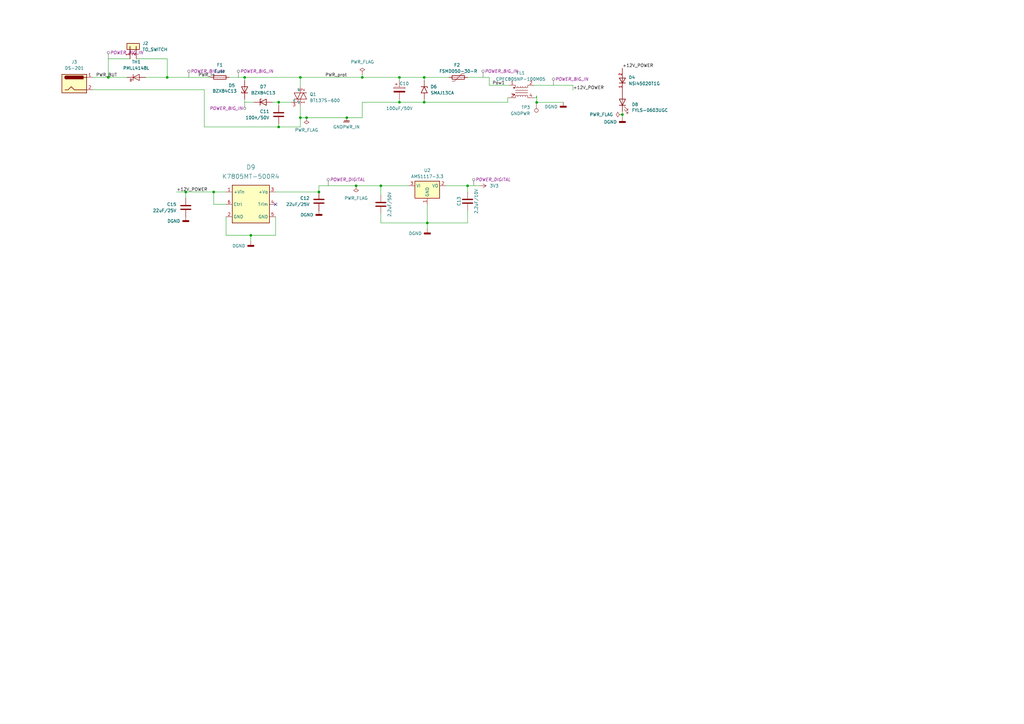
<source format=kicad_sch>
(kicad_sch (version 20250114) (generator "eeschema") (generator_version "9.0")
  (paper "A3")
  (lib_symbols
    (symbol "Connector:Jack-DC" (pin_names (offset 1.016))
      (property "Reference" "J" (at 0 5.334 0))
      (property "Value" "Jack-DC" (at 0 -5.08 0))
      (symbol "Jack-DC_0_1"
        (rectangle (start -5.08 3.81) (end 5.08 -3.81) (stroke (width 0.254)) (fill (type background)))
        (polyline (pts (xy -3.81 -2.54) (xy -2.54 -2.54) (xy -1.27 -1.27) (xy 0 -2.54) (xy 2.54 -2.54) (xy 5.08 -2.54)) (stroke (width 0.254)))
        (arc (start -3.302 1.905) (mid -3.9343 2.54) (end -3.302 3.175) (stroke (width 0.254)))
        (arc (start -3.302 1.905) (mid -3.9343 2.54) (end -3.302 3.175) (stroke (width 0.254)) (fill (type outline)))
        (rectangle (start 3.683 3.175) (end -3.302 1.905) (stroke (width 0.254)) (fill (type outline)))
        (polyline (pts (xy 5.08 2.54) (xy 3.81 2.54)) (stroke (width 0.254)))
      )
      (symbol "Jack-DC_1_1"
        (pin passive line (at 7.62 2.54 180) (length 2.54) (name "~") (number "1"))
        (pin passive line (at 7.62 -2.54 180) (length 2.54) (name "~") (number "2"))
      )
    )
    (symbol "Connector:TestPoint" (pin_numbers (hide yes)) (pin_names (offset 0.762) (hide yes))
      (property "Reference" "TP" (at 0 6.858 0))
      (property "Value" "TestPoint" (at 0 5.08 0))
      (symbol "TestPoint_0_1"
        (circle (center 0 3.302) (radius 0.762))
      )
      (symbol "TestPoint_1_1"
        (pin passive line (at 0 0 90) (length 2.54) (name "1") (number "1"))
      )
    )
    (symbol "Connector_Generic:Conn_01x02" (pin_names (offset 1.016) (hide yes))
      (property "Reference" "J" (at 0 2.54 0))
      (property "Value" "Conn_01x02" (at 0 -5.08 0))
      (symbol "Conn_01x02_1_1"
        (rectangle (start -1.27 1.27) (end 1.27 -3.81) (stroke (width 0.254)) (fill (type background)))
        (rectangle (start -1.27 0.127) (end 0 -0.127) (stroke (width 0.1524)))
        (rectangle (start -1.27 -2.413) (end 0 -2.667) (stroke (width 0.1524)))
        (pin passive line (at -5.08 0 0) (length 3.81) (name "Pin_1") (number "1"))
        (pin passive line (at -5.08 -2.54 0) (length 3.81) (name "Pin_2") (number "2"))
      )
    )
    (symbol "Device:C" (pin_numbers (hide yes)) (pin_names (offset 0.254))
      (property "Reference" "C" (at 0.635 2.54 0))
      (property "Value" "C" (at 0.635 -2.54 0))
      (symbol "C_0_1"
        (polyline (pts (xy -2.032 0.762) (xy 2.032 0.762)) (stroke (width 0.508)))
        (polyline (pts (xy -2.032 -0.762) (xy 2.032 -0.762)) (stroke (width 0.508)))
      )
      (symbol "C_1_1"
        (pin passive line (at 0 3.81 270) (length 2.794) (name "~") (number "1"))
        (pin passive line (at 0 -3.81 90) (length 2.794) (name "~") (number "2"))
      )
    )
    (symbol "Device:C_Polarized" (pin_numbers (hide yes)) (pin_names (offset 0.254))
      (property "Reference" "C" (at 0.635 2.54 0))
      (property "Value" "C_Polarized" (at 0.635 -2.54 0))
      (symbol "C_Polarized_0_1"
        (rectangle (start -2.286 0.508) (end 2.286 1.016))
        (polyline (pts (xy -1.778 2.286) (xy -0.762 2.286)))
        (polyline (pts (xy -1.27 2.794) (xy -1.27 1.778)))
        (rectangle (start 2.286 -0.508) (end -2.286 -1.016) (fill (type outline)))
      )
      (symbol "C_Polarized_1_1"
        (pin passive line (at 0 3.81 270) (length 2.794) (name "~") (number "1"))
        (pin passive line (at 0 -3.81 90) (length 2.794) (name "~") (number "2"))
      )
    )
    (symbol "Device:Filter_EMI_CommonMode" (pin_names (offset 0.254) (hide yes))
      (property "Reference" "FL" (at 0 4.445 0))
      (property "Value" "Filter_EMI_CommonMode" (at 0 -4.445 0))
      (symbol "Filter_EMI_CommonMode_0_1"
        (circle (center -3.048 1.524) (radius 0.254) (fill (type outline)))
        (circle (center -3.048 -1.27) (radius 0.254) (fill (type outline)))
        (polyline (pts (xy -2.54 2.032) (xy -2.54 2.54)))
        (polyline (pts (xy -2.54 0.508) (xy 2.54 0.508)))
        (polyline (pts (xy -2.54 -2.032) (xy -2.54 -2.54)))
        (arc (start -1.524 2.032) (mid -2.032 1.5262) (end -2.54 2.032))
        (arc (start -2.54 -2.032) (mid -2.032 -1.5262) (end -1.524 -2.032))
        (arc (start -0.508 2.032) (mid -1.016 1.5262) (end -1.524 2.032))
        (arc (start -1.524 -2.032) (mid -1.016 -1.5262) (end -0.508 -2.032))
        (arc (start 0.508 2.032) (mid 0 1.5262) (end -0.508 2.032))
        (arc (start -0.508 -2.032) (mid 0 -1.5262) (end 0.508 -2.032))
        (arc (start 1.524 2.032) (mid 1.016 1.5262) (end 0.508 2.032))
        (arc (start 0.508 -2.032) (mid 1.016 -1.5262) (end 1.524 -2.032))
        (arc (start 2.54 2.032) (mid 2.032 1.5262) (end 1.524 2.032))
        (arc (start 1.524 -2.032) (mid 2.032 -1.5262) (end 2.54 -2.032))
        (polyline (pts (xy 2.54 2.54) (xy 2.54 2.032)))
        (polyline (pts (xy 2.54 -0.508) (xy -2.54 -0.508)))
        (polyline (pts (xy 2.54 -2.032) (xy 2.54 -2.54)))
      )
      (symbol "Filter_EMI_CommonMode_1_1"
        (pin passive line (at -5.08 2.54 0) (length 2.54) (name "1") (number "1"))
        (pin passive line (at -5.08 -2.54 0) (length 2.54) (name "3") (number "3"))
        (pin passive line (at 5.08 2.54 180) (length 2.54) (name "2") (number "2"))
        (pin passive line (at 5.08 -2.54 180) (length 2.54) (name "4") (number "4"))
      )
    )
    (symbol "Device:Fuse" (pin_numbers (hide yes)) (pin_names (offset 0))
      (property "Reference" "F" (at 2.032 0 90))
      (property "Value" "Fuse" (at -1.905 0 90))
      (symbol "Fuse_0_1"
        (rectangle (start -0.762 -2.54) (end 0.762 2.54) (stroke (width 0.254)))
        (polyline (pts (xy 0 2.54) (xy 0 -2.54)))
      )
      (symbol "Fuse_1_1"
        (pin passive line (at 0 3.81 270) (length 1.27) (name "~") (number "1"))
        (pin passive line (at 0 -3.81 90) (length 1.27) (name "~") (number "2"))
      )
    )
    (symbol "Device:LED" (pin_numbers (hide yes)) (pin_names (offset 1.016) (hide yes))
      (property "Reference" "D" (at 0 2.54 0))
      (property "Value" "LED" (at 0 -2.54 0))
      (symbol "LED_0_1"
        (polyline (pts (xy -3.048 -0.762) (xy -4.572 -2.286) (xy -3.81 -2.286) (xy -4.572 -2.286) (xy -4.572 -1.524)))
        (polyline (pts (xy -1.778 -0.762) (xy -3.302 -2.286) (xy -2.54 -2.286) (xy -3.302 -2.286) (xy -3.302 -1.524)))
        (polyline (pts (xy -1.27 0) (xy 1.27 0)))
        (polyline (pts (xy -1.27 -1.27) (xy -1.27 1.27)) (stroke (width 0.254)))
        (polyline (pts (xy 1.27 -1.27) (xy 1.27 1.27) (xy -1.27 0) (xy 1.27 -1.27)) (stroke (width 0.254)))
      )
      (symbol "LED_1_1"
        (pin passive line (at -3.81 0 0) (length 2.54) (name "K") (number "1"))
        (pin passive line (at 3.81 0 180) (length 2.54) (name "A") (number "2"))
      )
    )
    (symbol "Device:Polyfuse" (pin_numbers (hide yes)) (pin_names (offset 0))
      (property "Reference" "F" (at -2.54 0 90))
      (property "Value" "Polyfuse" (at 2.54 0 90))
      (symbol "Polyfuse_0_1"
        (polyline (pts (xy -1.524 2.54) (xy -1.524 1.524) (xy 1.524 -1.524) (xy 1.524 -2.54)))
        (rectangle (start -0.762 2.54) (end 0.762 -2.54) (stroke (width 0.254)))
        (polyline (pts (xy 0 2.54) (xy 0 -2.54)))
      )
      (symbol "Polyfuse_1_1"
        (pin passive line (at 0 3.81 270) (length 1.27) (name "~") (number "1"))
        (pin passive line (at 0 -3.81 90) (length 1.27) (name "~") (number "2"))
      )
    )
    (symbol "Diode:BZX84Cxx" (pin_numbers (hide yes)) (pin_names (hide yes))
      (property "Reference" "D" (at 0 3.81 0))
      (property "Value" "BZX84Cxx" (at 0 -3.81 0))
      (symbol "BZX84Cxx_0_1"
        (polyline (pts (xy -1.27 -1.27) (xy -1.27 1.27) (xy -0.762 1.27)) (stroke (width 0.254)))
        (polyline (pts (xy 1.27 0) (xy -1.27 0)))
        (polyline (pts (xy 1.27 -1.27) (xy 1.27 1.27) (xy -1.27 0) (xy 1.27 -1.27)) (stroke (width 0.254)))
      )
      (symbol "BZX84Cxx_1_1"
        (pin passive line (at -3.81 0 0) (length 2.54) (name "K") (number "3"))
        (pin no_connect line (at 1.27 0 180) (length 2.54) (hide yes) (name "NC") (number "2"))
        (pin passive line (at 3.81 0 180) (length 2.54) (name "A") (number "1"))
      )
    )
    (symbol "Diode:SMAJ24A" (pin_numbers (hide yes)) (pin_names (offset 1.016) (hide yes))
      (property "Reference" "D" (at 0 2.54 0))
      (property "Value" "SMAJ24A" (at 0 -2.54 0))
      (symbol "SMAJ24A_0_1"
        (polyline (pts (xy -0.762 1.27) (xy -1.27 1.27) (xy -1.27 -1.27)) (stroke (width 0.254)))
        (polyline (pts (xy 1.27 1.27) (xy 1.27 -1.27) (xy -1.27 0) (xy 1.27 1.27)) (stroke (width 0.254)))
      )
      (symbol "SMAJ24A_1_1"
        (pin passive line (at -3.81 0 0) (length 2.54) (name "A1") (number "1"))
        (pin passive line (at 3.81 0 180) (length 2.54) (name "A2") (number "2"))
      )
    )
    (symbol "NSI45020T1G:NSI45020T1G" (pin_names (offset 1.016))
      (property "Reference" "D" (at -4.5743 2.1601 0))
      (property "Value" "NSI45020T1G" (at -4.5755 -4.1942 0))
      (symbol "NSI45020T1G_0_0"
        (polyline (pts (xy -1.016 0) (xy -1.016 1.27)) (stroke (width 0.254)))
        (polyline (pts (xy -1.016 0) (xy 1.016 -1.27)) (stroke (width 0.254)))
        (polyline (pts (xy -1.016 -1.27) (xy -1.016 0)) (stroke (width 0.254)))
        (polyline (pts (xy 1.016 1.27) (xy -1.016 0)) (stroke (width 0.254)))
        (polyline (pts (xy 1.016 -1.27) (xy 1.016 1.27)) (stroke (width 0.254)))
        (pin passive line (at -5.08 0 0) (length 5.08) (name "~") (number "1"))
        (pin passive line (at 5.08 0 180) (length 5.08) (name "~") (number "2"))
      )
    )
    (symbol "Regulator_Linear:AMS1117-3.3"
      (property "Reference" "U" (at -3.81 3.175 0))
      (property "Value" "AMS1117-3.3" (at 0 3.175 0))
      (symbol "AMS1117-3.3_0_1"
        (rectangle (start -5.08 -5.08) (end 5.08 1.905) (stroke (width 0.254)) (fill (type background)))
      )
      (symbol "AMS1117-3.3_1_1"
        (pin power_in line (at -7.62 0 0) (length 2.54) (name "VI") (number "3"))
        (pin power_in line (at 0 -7.62 90) (length 2.54) (name "GND") (number "1"))
        (pin power_out line (at 7.62 0 180) (length 2.54) (name "VO") (number "2"))
      )
    )
    (symbol "Sensor_Temperature:KTY85" (pin_numbers (hide yes)) (pin_names (offset 0) (hide yes))
      (property "Reference" "TH" (at 0 2.54 0))
      (property "Value" "KTY85" (at 0 -3.175 0))
      (symbol "KTY85_0_1"
        (arc (start -2.6162 -1.1938) (mid -2.4918 -1.2903) (end -2.4892 -1.4478))
        (arc (start -2.4892 -0.8128) (mid -2.4148 -0.6332) (end -2.2352 -0.5588))
        (arc (start -2.2352 -0.5588) (mid -2.0556 -0.6332) (end -1.9812 -0.8128))
        (arc (start -2.2352 -1.0668) (mid -2.4148 -0.9924) (end -2.4892 -0.8128))
        (arc (start -2.2352 -1.7018) (mid -2.4148 -1.6274) (end -2.4892 -1.4478))
        (arc (start -1.9812 -1.4478) (mid -2.0556 -1.6274) (end -2.2352 -1.7018))
        (arc (start -1.6002 -0.8128) (mid -1.8752 -1.046) (end -2.2352 -1.0668))
        (polyline (pts (xy -1.9812 -1.4224) (xy -1.9812 -0.8128)))
        (polyline (pts (xy -1.27 1.27) (xy -1.27 -1.27)) (stroke (width 0.2032)))
        (polyline (pts (xy 1.27 0) (xy -1.27 0)))
        (polyline (pts (xy 1.27 -1.27) (xy 1.27 1.27) (xy -1.27 0) (xy 1.27 -1.27)) (stroke (width 0.2032)))
      )
      (symbol "KTY85_1_1"
        (pin passive line (at -3.81 0 0) (length 2.54) (name "K") (number "1"))
        (pin passive line (at 3.81 0 180) (length 2.54) (name "A") (number "2"))
      )
    )
    (symbol "Triac_Thyristor:BT138-600" (pin_names (offset 0))
      (property "Reference" "Q" (at 5.08 1.905 0))
      (property "Value" "BT138-600" (at 5.08 0 0))
      (symbol "BT138-600_0_1"
        (polyline (pts (xy -2.54 1.27) (xy 2.54 1.27)) (stroke (width 0.2032)))
        (polyline (pts (xy -2.54 1.27) (xy -1.27 -1.27) (xy 0 1.27)) (stroke (width 0.2032)))
        (polyline (pts (xy -2.54 -1.27) (xy 2.54 -1.27)) (stroke (width 0.2032)))
        (polyline (pts (xy -1.27 -2.54) (xy -0.635 -1.27)))
        (polyline (pts (xy 0 -1.27) (xy 1.27 1.27) (xy 2.54 -1.27)) (stroke (width 0.2032)))
      )
      (symbol "BT138-600_1_1"
        (pin input line (at -3.81 -2.54 0) (length 2.54) (name "G") (number "3"))
        (pin passive line (at 0 3.81 270) (length 2.54) (name "A2") (number "2"))
        (pin passive line (at 0 -3.81 90) (length 2.54) (name "A1") (number "1"))
      )
    )
    (symbol "power:GNDD" (power) (pin_numbers (hide yes)) (pin_names (offset 0) (hide yes))
      (property "Value" "GNDD" (at 0 -3.175 0))
      (symbol "GNDD_0_1"
        (rectangle (start -1.27 -1.524) (end 1.27 -2.032) (stroke (width 0.254)) (fill (type outline)))
        (polyline (pts (xy 0 0) (xy 0 -1.524)))
      )
      (symbol "GNDD_1_1"
        (pin power_in line (at 0 0 270) (length 0) (name "~") (number "1"))
      )
    )
    (symbol "power:GNDPWR" (power) (pin_numbers (hide yes)) (pin_names (offset 0) (hide yes))
      (property "Value" "GNDPWR" (at 0 -3.302 0))
      (symbol "GNDPWR_0_1"
        (polyline (pts (xy -1.016 -1.27) (xy -1.27 -2.032) (xy -1.27 -2.032)) (stroke (width 0.2032)))
        (polyline (pts (xy -0.508 -1.27) (xy -0.762 -2.032) (xy -0.762 -2.032)) (stroke (width 0.2032)))
        (polyline (pts (xy 0 -1.27) (xy 0 0)))
        (polyline (pts (xy 0 -1.27) (xy -0.254 -2.032) (xy -0.254 -2.032)) (stroke (width 0.2032)))
        (polyline (pts (xy 0.508 -1.27) (xy 0.254 -2.032) (xy 0.254 -2.032)) (stroke (width 0.2032)))
        (polyline (pts (xy 1.016 -1.27) (xy -1.016 -1.27) (xy -1.016 -1.27)) (stroke (width 0.2032)))
        (polyline (pts (xy 1.016 -1.27) (xy 0.762 -2.032) (xy 0.762 -2.032) (xy 0.762 -2.032)) (stroke (width 0.2032)))
      )
      (symbol "GNDPWR_1_1"
        (pin power_in line (at 0 0 270) (length 0) (name "~") (number "1"))
      )
    )
    (symbol "power:PWR_FLAG" (power) (pin_numbers (hide yes)) (pin_names (offset 0) (hide yes))
      (property "Value" "PWR_FLAG" (at 0 3.81 0))
      (symbol "PWR_FLAG_0_0"
        (pin power_out line (at 0 0 90) (length 0) (name "~") (number "1"))
      )
      (symbol "PWR_FLAG_0_1"
        (polyline (pts (xy 0 0) (xy 0 1.27) (xy -1.016 1.905) (xy 0 2.54) (xy 1.016 1.905) (xy 0 1.27)))
      )
    )
    (symbol "power:VDD" (power) (pin_numbers (hide yes)) (pin_names (offset 0) (hide yes))
      (property "Value" "VDD" (at 0 3.556 0))
      (symbol "VDD_0_1"
        (polyline (pts (xy -0.762 1.27) (xy 0 2.54)))
        (polyline (pts (xy 0 2.54) (xy 0.762 1.27)))
        (polyline (pts (xy 0 0) (xy 0 2.54)))
      )
      (symbol "VDD_1_1"
        (pin power_in line (at 0 0 90) (length 0) (name "~") (number "1"))
      )
    )
    (symbol "zpc-lib:K78xxMT-500R4"
      (property "Reference" "D" (at -6.858 9.398 0))
      (property "Value" "K78xxMT-500R4" (at -11.684 -10.414 0))
      (symbol "K78xxMT-500R4_1_0"
        (rectangle (start -7.62 7.874) (end 7.62 -7.62) (stroke (width 0.254) (color 128 0 0 1)) (fill (type background)))
        (pin bidirectional line (at -10.16 5.08 0) (length 2.54) (name "+Vin") (number "1"))
        (pin bidirectional line (at -10.16 0 0) (length 2.54) (name "Ctrl") (number "6"))
        (pin passive line (at -10.16 -5.08 0) (length 2.54) (name "GND") (number "2"))
        (pin passive line (at 10.16 5.08 180) (length 2.54) (name "+Vo") (number "3"))
        (pin passive line (at 10.16 0 180) (length 2.54) (name "Trim") (number "4"))
        (pin passive line (at 10.16 -5.08 180) (length 2.54) (name "GND") (number "5"))
      )
    )
  )
  (junction (at 114.3 41.91))
  (junction (at 173.99 31.75))
  (junction (at 114.3 52.07))
  (junction (at 102.87 96.52))
  (junction (at 220.11 42))
  (junction (at 142.24 48.26))
  (junction (at 76.2 78.74))
  (junction (at 125.73 48.26))
  (junction (at 123.19 48.26))
  (junction (at 163.83 31.75))
  (junction (at 44.45 31.75))
  (junction (at 191.77 76.2))
  (junction (at 130.81 78.74))
  (junction (at 68.58 31.75))
  (junction (at 146.05 76.2))
  (junction (at 163.83 41.91))
  (junction (at 148.59 31.75))
  (junction (at 156.21 76.2))
  (junction (at 100.33 31.75))
  (junction (at 173.99 41.91))
  (junction (at 255.27 46.99))
  (junction (at 175.26 91.44))
  (junction (at 87.63 78.74))
  (junction (at 123.19 31.75))
  (no_connect (at 113.03 83.82))
  (wire (pts (xy 148.59 30.48) (xy 148.59 31.75)))
  (wire (pts (xy 83.82 52.07) (xy 114.3 52.07)))
  (wire (pts (xy 114.3 41.91) (xy 119.38 41.91)))
  (wire (pts (xy 102.87 96.52) (xy 102.87 99.06)))
  (wire (pts (xy 87.63 78.74) (xy 92.71 78.74)))
  (wire (pts (xy 100.33 40.64) (xy 100.33 41.91)))
  (wire (pts (xy 173.99 40.64) (xy 173.99 41.91)))
  (wire (pts (xy 173.99 31.75) (xy 184.15 31.75)))
  (wire (pts (xy 156.21 91.44) (xy 175.26 91.44)))
  (wire (pts (xy 191.77 76.2) (xy 196.85 76.2)))
  (wire (pts (xy 148.59 31.75) (xy 163.83 31.75)))
  (wire (pts (xy 123.19 43.18) (xy 123.19 48.26)))
  (wire (pts (xy 220.11 42) (xy 220 42)))
  (wire (pts (xy 92.71 88.9) (xy 92.71 96.52)))
  (wire (pts (xy 220 40.08) (xy 220 39.37)))
  (wire (pts (xy 125.73 48.26) (xy 142.24 48.26)))
  (wire (pts (xy 235 35) (xy 235 37)))
  (wire (pts (xy 191.77 91.44) (xy 175.26 91.44)))
  (wire (pts (xy 44.45 24.13) (xy 44.45 31.75)))
  (wire (pts (xy 55.88 24.13) (xy 68.58 24.13)))
  (wire (pts (xy 191.77 78.74) (xy 191.77 76.2)))
  (wire (pts (xy 200.66 31.75) (xy 191.77 31.75)))
  (wire (pts (xy 130.81 76.2) (xy 130.81 78.74)))
  (wire (pts (xy 113.03 96.52) (xy 102.87 96.52)))
  (wire (pts (xy 123.19 48.26) (xy 125.73 48.26)))
  (wire (pts (xy 76.2 78.74) (xy 76.2 81.28)))
  (wire (pts (xy 111.76 41.91) (xy 114.3 41.91)))
  (wire (pts (xy 100.33 41.91) (xy 104.14 41.91)))
  (wire (pts (xy 142.24 48.26) (xy 148.59 48.26)))
  (wire (pts (xy 123.19 31.75) (xy 148.59 31.75)))
  (wire (pts (xy 163.83 40.64) (xy 163.83 41.91)))
  (wire (pts (xy 93.98 31.75) (xy 100.33 31.75)))
  (wire (pts (xy 255.27 46.99) (xy 255.27 45.72)))
  (wire (pts (xy 220.11 42) (xy 220.11 39.37)))
  (wire (pts (xy 220 39.37) (xy 220.11 39.37)))
  (wire (pts (xy 53.34 24.13) (xy 44.45 24.13)))
  (wire (pts (xy 219 35) (xy 235 35)))
  (wire (pts (xy 156.21 87.63) (xy 156.21 91.44)))
  (wire (pts (xy 220.11 42) (xy 231 42)))
  (wire (pts (xy 68.58 31.75) (xy 86.36 31.75)))
  (wire (pts (xy 113.03 88.9) (xy 113.03 96.52)))
  (wire (pts (xy 148.59 41.91) (xy 163.83 41.91)))
  (wire (pts (xy 130.81 78.74) (xy 113.03 78.74)))
  (wire (pts (xy 163.83 31.75) (xy 163.83 33.02)))
  (wire (pts (xy 100.33 31.75) (xy 100.33 33.02)))
  (wire (pts (xy 175.26 83.82) (xy 175.26 91.44)))
  (wire (pts (xy 83.82 36.83) (xy 38.1 36.83)))
  (wire (pts (xy 163.83 41.91) (xy 173.99 41.91)))
  (wire (pts (xy 83.82 36.83) (xy 83.82 52.07)))
  (wire (pts (xy 72.39 78.74) (xy 76.2 78.74)))
  (wire (pts (xy 255.27 48.26) (xy 255.27 46.99)))
  (wire (pts (xy 87.63 83.82) (xy 87.63 78.74)))
  (wire (pts (xy 76.2 78.74) (xy 87.63 78.74)))
  (wire (pts (xy 92.71 83.82) (xy 87.63 83.82)))
  (wire (pts (xy 191.77 76.2) (xy 182.88 76.2)))
  (wire (pts (xy 208.28 41.91) (xy 208.28 40.08)))
  (wire (pts (xy 208.28 40.08) (xy 208.84 40.08)))
  (wire (pts (xy 44.45 31.75) (xy 38.1 31.75)))
  (wire (pts (xy 156.21 76.2) (xy 167.64 76.2)))
  (wire (pts (xy 114.3 41.91) (xy 114.3 43.18)))
  (wire (pts (xy 59.69 31.75) (xy 68.58 31.75)))
  (wire (pts (xy 148.59 48.26) (xy 148.59 41.91)))
  (wire (pts (xy 100.33 31.75) (xy 123.19 31.75)))
  (wire (pts (xy 123.19 52.07) (xy 123.19 48.26)))
  (wire (pts (xy 175.26 91.44) (xy 175.26 93.98)))
  (wire (pts (xy 191.77 86.36) (xy 191.77 91.44)))
  (wire (pts (xy 220 40.08) (xy 219 40.08)))
  (wire (pts (xy 68.58 24.13) (xy 68.58 31.75)))
  (wire (pts (xy 156.21 76.2) (xy 156.21 80.01)))
  (wire (pts (xy 163.83 31.75) (xy 173.99 31.75)))
  (wire (pts (xy 146.05 76.2) (xy 156.21 76.2)))
  (wire (pts (xy 208.84 35) (xy 200.66 35)))
  (wire (pts (xy 173.99 41.91) (xy 208.28 41.91)))
  (wire (pts (xy 44.45 31.75) (xy 52.07 31.75)))
  (wire (pts (xy 200.66 35) (xy 200.66 31.75)))
  (wire (pts (xy 173.99 31.75) (xy 173.99 33.02)))
  (wire (pts (xy 114.3 52.07) (xy 123.19 52.07)))
  (wire (pts (xy 123.19 31.75) (xy 123.19 35.56)))
  (wire (pts (xy 114.3 50.8) (xy 114.3 52.07)))
  (wire (pts (xy 130.81 76.2) (xy 146.05 76.2)))
  (wire (pts (xy 92.71 96.52) (xy 102.87 96.52)))
  (label "+12V_POWER" (at 235 37 0))
  (label "PWR_BUT" (at 39.37 31.75 0))
  (label "Pow1" (at 201.93 35 0))
  (label "+12V_POWER" (at 72.39 78.74 0))
  (label "PWR_In" (at 81.28 31.75 0))
  (label "+12V_POWER" (at 255.27 27.94 0))
  (label "PWR_prot" (at 133.35 31.75 0))
  (netclass_flag "" (length 2.54) (shape round) (at 44.45 24.13 0) (property "Netclass" "POWER_BIG_IN" (at 45.1485 21.59 0) (effects (font (italic yes)) (justify left))))
  (netclass_flag "" (length 2.54) (shape round) (at 198.12 31.75 0) (property "Netclass" "POWER_BIG_IN" (at 198.8185 29.21 0) (effects (font (italic yes)) (justify left))))
  (netclass_flag "" (length 2.54) (shape round) (at 100.33 41.91 180) (property "Netclass" "POWER_BIG_IN" (at 99.6315 44.45 0) (effects (font (italic yes)) (justify right))))
  (netclass_flag "" (length 2.54) (shape round) (at 227 35 0) (property "Netclass" "POWER_BIG_IN" (at 227.6985 32.46 0) (effects (font (italic yes)) (justify left))))
  (netclass_flag "" (length 2.54) (shape round) (at 77.47 31.75 0) (property "Netclass" "POWER_BIG_IN" (at 78.1685 29.21 0) (effects (font (italic yes)) (justify left))))
  (netclass_flag "" (length 2.54) (shape round) (at 97.79 31.75 0) (property "Netclass" "POWER_BIG_IN" (at 98.4885 29.21 0) (effects (font (italic yes)) (justify left))))
  (netclass_flag "" (length 2.54) (shape round) (at 194.31 76.2 0) (property "Netclass" "POWER_DIGITAL" (at 195.0085 73.66 0) (effects (font (italic yes)) (justify left))))
  (netclass_flag "" (length 2.54) (shape round) (at 134.62 76.2 0) (property "Netclass" "POWER_DIGITAL" (at 135.3185 73.66 0) (effects (font (italic yes)) (justify left))))
  (symbol (lib_id "power:GNDD") (at 102.87 99.06 0) (mirror y) (unit 1)
    (property "Reference" "#PWR017" (effects (hide yes)))
    (property "Value" "DGND" (at 95.25 100.838 0) (effects (justify right)))
    (property "Description" "Power symbol creates a global label with name \"GNDD\" , digital ground" (effects (hide yes)))
  )
  (symbol (lib_id "Device:C") (at 156.21 83.82 0) (mirror y) (unit 1)
    (property "Reference" "C14" (effects (hide yes)))
    (property "Value" "2.2uF/50V" (at 159.766 83.82 90))
    (property "Footprint" "Capacitor_SMD:C_0805_2012Metric_Pad1.18x1.45mm_HandSolder" (effects (hide yes)))
    (property "Description" "Unpolarized capacitor" (effects (hide yes)))
  )
  (symbol (lib_id "Device:Fuse") (at 90.17 31.75 90) (unit 1)
    (property "Reference" "F1" (at 90.17 26.67 90))
    (property "Value" "Fuse" (at 90.17 29.21 90))
    (property "Footprint" "Fuse:Fuseholder_Cylinder-5x20mm_Stelvio-Kontek_PTF78_Horizontal_Open" (effects (hide yes)))
    (property "Description" "Fuse" (effects (hide yes)))
  )
  (symbol (lib_id "power:PWR_FLAG") (at 125.73 48.26 180) (unit 1)
    (property "Reference" "#FLG03" (effects (hide yes)))
    (property "Value" "PWR_FLAG" (at 125.73 53.34 0))
    (property "Description" "Special symbol for telling ERC where power comes from" (effects (hide yes)))
  )
  (symbol (lib_id "Device:C") (at 114.3 46.99 0) (mirror y) (unit 1)
    (property "Reference" "C11" (at 110.49 45.7199 0) (effects (justify left)))
    (property "Value" "100n/50V" (at 110.49 48.2599 0) (effects (justify left)))
    (property "Footprint" "Capacitor_SMD:C_0603_1608Metric_Pad1.08x0.95mm_HandSolder" (effects (hide yes)))
    (property "Description" "Unpolarized capacitor" (effects (hide yes)))
  )
  (symbol (lib_id "power:VDD") (at 196.85 76.2 270) (unit 1)
    (property "Reference" "#PWR013" (effects (hide yes)))
    (property "Value" "3V3" (at 202.692 76.2 90))
    (property "Description" "Power symbol creates a global label with name \"VDD\"" (effects (hide yes)))
  )
  (symbol (lib_id "Diode:BZX84Cxx") (at 107.95 41.91 0) (unit 1)
    (property "Reference" "D7" (at 107.95 35.56 0))
    (property "Value" "BZX84C13" (at 107.95 38.1 0))
    (property "Footprint" "Package_TO_SOT_SMD:SOT-23" (effects (hide yes)))
    (property "Datasheet" "https://diotec.com/tl_files/diotec/files/pdf/datasheets/bzx84c2v4.pdf" (effects (hide yes)))
    (property "Description" "300mW Zener Diode, SOT-23" (effects (hide yes)))
  )
  (symbol (lib_id "Device:C") (at 76.2 85.09 0) (mirror y) (unit 1)
    (property "Reference" "C15" (at 72.39 83.8199 0) (effects (justify left)))
    (property "Value" "22uF/25V" (at 72.39 86.3599 0) (effects (justify left)))
    (property "Footprint" "Capacitor_SMD:C_0805_2012Metric_Pad1.18x1.45mm_HandSolder" (effects (hide yes)))
    (property "Description" "Unpolarized capacitor" (effects (hide yes)))
  )
  (symbol (lib_id "power:GNDD") (at 130.81 86.36 0) (mirror y) (unit 1)
    (property "Reference" "#PWR014" (effects (hide yes)))
    (property "Value" "DGND" (at 123.19 88.138 0) (effects (justify right)))
    (property "Description" "Power symbol creates a global label with name \"GNDD\" , digital ground" (effects (hide yes)))
  )
  (symbol (lib_id "power:GNDPWR") (at 142.24 48.26 0) (unit 1)
    (property "Reference" "#PWR012" (effects (hide yes)))
    (property "Value" "GNDPWR_IN" (at 142.113 52.07 0))
    (property "Description" "Power symbol creates a global label with name \"GNDPWR\" , global ground" (effects (hide yes)))
  )
  (symbol (lib_id "power:GNDD") (at 76.2 88.9 0) (mirror y) (unit 1)
    (property "Reference" "#PWR015" (effects (hide yes)))
    (property "Value" "DGND" (at 68.58 90.678 0) (effects (justify right)))
    (property "Description" "Power symbol creates a global label with name \"GNDD\" , digital ground" (effects (hide yes)))
  )
  (symbol (lib_id "Device:C") (at 191.77 82.55 0) (mirror y) (unit 1)
    (property "Reference" "C13" (at 188.214 82.55 90))
    (property "Value" "2.2uF/10V" (at 195.326 82.55 90))
    (property "Footprint" "Capacitor_SMD:C_0805_2012Metric_Pad1.18x1.45mm_HandSolder" (effects (hide yes)))
    (property "Description" "Unpolarized capacitor" (effects (hide yes)))
  )
  (symbol (lib_id "Sensor_Temperature:KTY85") (at 55.88 31.75 0) (unit 1)
    (property "Reference" "TH1" (at 55.88 25.4 0))
    (property "Value" "PMLL4148L" (at 55.88 27.94 0))
    (property "Footprint" "Diode_SMD:D_MiniMELF" (effects (hide yes)))
    (property "Datasheet" "http://www.nxp.com/documents/other/SC17_GENERAL_TEMP_1996_3.pdf" (effects (hide yes)))
    (property "Description" "KTY85 series silicon temperature sensors, polarized, SOD80" (effects (hide yes)))
  )
  (symbol (lib_id "power:PWR_FLAG") (at 148.59 30.48 0) (unit 1)
    (property "Reference" "#FLG02" (effects (hide yes)))
    (property "Value" "PWR_FLAG" (at 148.59 25.4 0))
    (property "Description" "Special symbol for telling ERC where power comes from" (effects (hide yes)))
  )
  (symbol (lib_id "Regulator_Linear:AMS1117-3.3") (at 175.26 76.2 0) (unit 1)
    (property "Reference" "U2" (at 175.26 69.85 0))
    (property "Value" "AMS1117-3.3" (at 175.26 72.39 0))
    (property "Footprint" "Package_TO_SOT_SMD:SOT-223-3_TabPin2" (effects (hide yes)))
    (property "Datasheet" "http://www.advanced-monolithic.com/pdf/ds1117.pdf" (effects (hide yes)))
    (property "Description" "1A Low Dropout regulator, positive, 3.3V fixed output, SOT-223" (effects (hide yes)))
  )
  (symbol (lib_id "Connector:TestPoint") (at 220 42 180) (unit 1) (in_bom no)
    (property "Reference" "TP3" (at 217.46 44.032 0) (effects (justify left)))
    (property "Value" "GNDPWR" (at 217.46 46.572 0) (effects (justify left)))
    (property "Footprint" "TestPoint:TestPoint_Loop_D2.60mm_Drill1.6mm_Beaded" (effects (hide yes)))
    (property "Description" "test point" (effects (hide yes)))
  )
  (symbol (lib_id "power:GNDD") (at 231 42 0) (mirror y) (unit 1)
    (property "Reference" "#PWR010" (effects (hide yes)))
    (property "Value" "DGND" (at 223.38 43.778 0) (effects (justify right)))
    (property "Description" "Power symbol creates a global label with name \"GNDD\" , digital ground" (effects (hide yes)))
  )
  (symbol (lib_id "Connector_Generic:Conn_01x02") (at 53.34 19.05 90) (unit 1)
    (property "Reference" "J2" (at 58.42 17.7799 90) (effects (justify right)))
    (property "Value" "TO_SWITCH" (at 58.42 20.3199 90) (effects (justify right)))
    (property "Footprint" "Connector_Samtec_HPM_THT:Samtec_HPM-02-01-x-S_Straight_1x02_Pitch5.08mm" (effects (hide yes)))
    (property "Description" "Generic connector, single row, 01x02, script generated (kicad-library-utils/schlib/autogen/connector/)" (effects (hide yes)))
  )
  (symbol (lib_id "Device:C") (at 130.81 82.55 0) (mirror y) (unit 1)
    (property "Reference" "C12" (at 127 81.2799 0) (effects (justify left)))
    (property "Value" "22uF/25V" (at 127 83.8199 0) (effects (justify left)))
    (property "Footprint" "Capacitor_SMD:C_0805_2012Metric_Pad1.18x1.45mm_HandSolder" (effects (hide yes)))
    (property "Description" "Unpolarized capacitor" (effects (hide yes)))
  )
  (symbol (lib_id "Connector:Jack-DC") (at 30.48 34.29 0) (unit 1)
    (property "Reference" "J3" (at 30.48 25.4 0))
    (property "Value" "DS-201" (at 30.48 27.94 0))
    (property "Footprint" "zpc-lib:DS201b" (effects (hide yes)))
    (property "Description" "DC Barrel Jack" (effects (hide yes)))
  )
  (symbol (lib_id "Device:LED") (at 255.27 41.91 90) (unit 1)
    (property "Reference" "D8" (at 259.08 42.8625 90) (effects (justify right)))
    (property "Value" "FYLS-0603UGC" (at 259.08 45.212 90) (effects (justify right)))
    (property "Footprint" "LED_SMD:LED_0603_1608Metric_Pad1.05x0.95mm_HandSolder" (effects (hide yes)))
    (property "Description" "Light emitting diode" (effects (hide yes)))
  )
  (symbol (lib_id "power:GNDD") (at 255.27 48.26 0) (mirror y) (unit 1)
    (property "Reference" "#PWR011" (effects (hide yes)))
    (property "Value" "DGND" (at 247.65 50.038 0) (effects (justify right)))
    (property "Description" "Power symbol creates a global label with name \"GNDD\" , digital ground" (effects (hide yes)))
  )
  (symbol (lib_id "Diode:BZX84Cxx") (at 100.33 36.83 90) (unit 1)
    (property "Reference" "D5" (at 93.726 35.052 90) (effects (justify right)))
    (property "Value" "BZX84C13" (at 87.122 37.338 90) (effects (justify right)))
    (property "Footprint" "Package_TO_SOT_SMD:SOT-23" (effects (hide yes)))
    (property "Datasheet" "https://diotec.com/tl_files/diotec/files/pdf/datasheets/bzx84c2v4.pdf" (effects (hide yes)))
    (property "Description" "300mW Zener Diode, SOT-23" (effects (hide yes)))
  )
  (symbol (lib_id "Diode:SMAJ24A") (at 173.99 36.83 270) (unit 1)
    (property "Reference" "D6" (at 176.53 35.5599 90) (effects (justify left)))
    (property "Value" "SMAJ13CA" (at 176.53 38.0999 90) (effects (justify left)))
    (property "Footprint" "Diode_SMD:D_SMA" (effects (hide yes)))
    (property "Datasheet" "https://www.littelfuse.com/media?resourcetype=datasheets&itemid=75e32973-b177-4ee3-a0ff-cedaf1abdb93&filename=smaj-datasheet" (effects (hide yes)))
    (property "Description" "400W unidirectional Transient Voltage Suppressor, 24.0Vr, SMA(DO-214AC)" (effects (hide yes)))
  )
  (symbol (lib_id "Device:Polyfuse") (at 187.96 31.75 90) (unit 1)
    (property "Reference" "F2" (at 187.452 26.67 90))
    (property "Value" "FSMD050-30-R" (at 187.96 29.21 90))
    (property "Footprint" "Fuse:Fuse_1812_4532Metric_Pad1.30x3.40mm_HandSolder" (effects (hide yes)))
    (property "Description" "Resettable fuse, polymeric positive temperature coefficient" (effects (hide yes)))
  )
  (symbol (lib_id "power:PWR_FLAG") (at 255.27 46.99 90) (unit 1)
    (property "Reference" "#FLG06" (effects (hide yes)))
    (property "Value" "PWR_FLAG" (at 251.46 46.9899 90) (effects (justify left)))
    (property "Description" "Special symbol for telling ERC where power comes from" (effects (hide yes)))
  )
  (symbol (lib_id "power:PWR_FLAG") (at 146.05 76.2 180) (unit 1)
    (property "Reference" "#FLG05" (effects (hide yes)))
    (property "Value" "PWR_FLAG" (at 146.05 81.28 0))
    (property "Description" "Special symbol for telling ERC where power comes from" (effects (hide yes)))
  )
  (symbol (lib_id "Device:C_Polarized") (at 163.83 36.83 0) (unit 1)
    (property "Reference" "C10" (at 163.83 34.29 0) (effects (justify left)))
    (property "Value" "100uF/50V" (at 163.83 44.45 0))
    (property "Footprint" "Capacitor_THT:CP_Radial_D8.0mm_P3.50mm" (effects (hide yes)))
    (property "Description" "Polarized capacitor" (effects (hide yes)))
  )
  (symbol (lib_id "Triac_Thyristor:BT138-600") (at 123.19 39.37 0) (unit 1)
    (property "Reference" "Q1" (at 127 38.6841 0) (effects (justify left)))
    (property "Value" "BT137S-600" (at 127 41.2241 0) (effects (justify left)))
    (property "Footprint" "Package_TO_SOT_SMD:TO-252-2" (effects (hide yes)))
    (property "Datasheet" "https://assets.nexperia.com/documents/data-sheet/BT138_SER_D_E.pdf" (effects (hide yes)))
    (property "Description" "12A RMS, 600V Off-State Voltage, Triac, TO-220" (effects (hide yes)))
  )
  (symbol (lib_id "Device:Filter_EMI_CommonMode") (at 213.92 37.54 0) (unit 1)
    (property "Reference" "FL1" (at 213.539 29.92 0))
    (property "Value" "CPFC805NP-100M05" (at 213.539 32.46 0))
    (property "Footprint" "zpc-lib:CPFC805" (effects (hide yes)))
    (property "Description" "EMI 2-inductor common mode filter" (effects (hide yes)))
  )
  (symbol (lib_id "zpc-lib:K78xxMT-500R4") (at 102.87 83.82 0) (unit 1)
    (property "Reference" "D9" (at 102.87 68.58 0) (effects (font (size 1.8288 1.8288))))
    (property "Value" "K7805MT-500R4" (at 102.87 72.39 0) (effects (font (size 1.8288 1.8288))))
    (property "Footprint" "zpc-lib:K78xxMT-500R4" (effects (hide yes)))
  )
  (symbol (lib_id "power:GNDD") (at 175.26 93.98 0) (mirror y) (unit 1)
    (property "Reference" "#PWR016" (effects (hide yes)))
    (property "Value" "DGND" (at 167.64 95.758 0) (effects (justify right)))
    (property "Description" "Power symbol creates a global label with name \"GNDD\" , digital ground" (effects (hide yes)))
  )
  (symbol (lib_id "NSI45020T1G:NSI45020T1G") (at 255.27 33.02 90) (unit 1)
    (property "Reference" "D4" (at 257.81 31.7499 90) (effects (justify right)))
    (property "Value" "NSI45020T1G" (at 257.81 34.2899 90) (effects (justify right)))
    (property "Footprint" "zpc-lib:SOD3716X135N" (effects (hide yes)))
    (property "MF" "ON Semiconductor" (effects (hide yes)))
    (property "SNAPEDA_PACKAGE_ID" "5492" (effects (hide yes)))
    (property "Package" "SOD-123-2 ON Semiconductor" (effects (hide yes)))
    (property "Price" "None" (effects (hide yes)))
    (property "Check_prices" "https://www.snapeda.com/parts/NSI45020T1G/Onsemi/view-part/?ref=eda" (effects (hide yes)))
    (property "STANDARD" "IPC-7351B" (effects (hide yes)))
    (property "PARTREV" "6" (effects (hide yes)))
    (property "SnapEDA_Link" "https://www.snapeda.com/parts/NSI45020T1G/Onsemi/view-part/?ref=snap" (effects (hide yes)))
    (property "MP" "NSI45020T1G" (effects (hide yes)))
    (property "Description_1" "\nCurrent Regulator Regulator High/Low-Side 20mA SOD-123\n" (effects (hide yes)))
    (property "Availability" "In Stock" (effects (hide yes)))
    (property "MANUFACTURER" "ON Semiconductor" (effects (hide yes)))
  )
)
</source>
